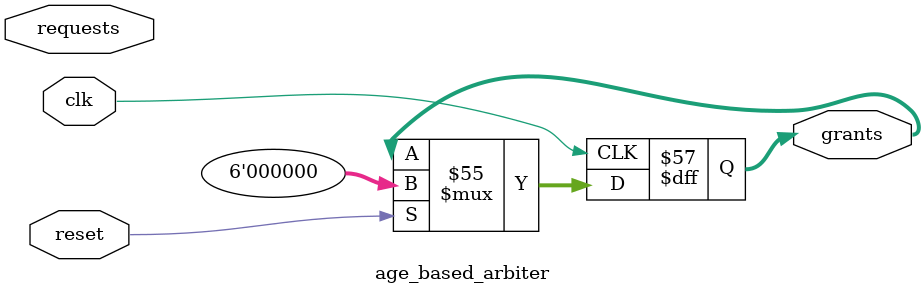
<source format=sv>
module age_based_arbiter #(parameter CLIENTS = 6) (
  input clk, reset,
  input [CLIENTS-1:0] requests,
  output reg [CLIENTS-1:0] grants
);
  reg [3:0] age [0:CLIENTS-1];
  integer i;
  always @(posedge clk) begin
    if (reset) begin
      grants <= 0;
      for (i = 0; i < CLIENTS; i = i + 1) age[i] <= 0;
    end else begin
      // Increment age for waiting requesters
      for (i = 0; i < CLIENTS; i = i + 1)
        if (requests[i] && !grants[i]) age[i] <= age[i] + 1;
      
      // Grant to oldest requester
      // Age-based priority logic would go here
    end
  end
endmodule
</source>
